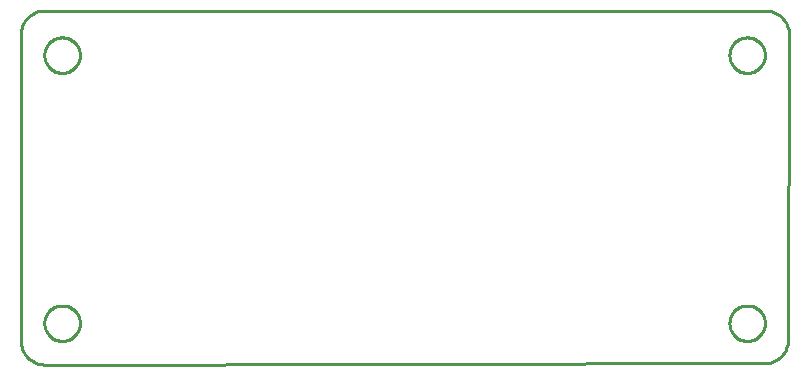
<source format=gbr>
G04 EAGLE Gerber X2 export*
%TF.Part,Single*%
%TF.FileFunction,Profile,NP*%
%TF.FilePolarity,Positive*%
%TF.GenerationSoftware,Autodesk,EAGLE,9.1.0*%
%TF.CreationDate,2019-04-25T21:03:21Z*%
G75*
%MOMM*%
%FSLAX34Y34*%
%LPD*%
%AMOC8*
5,1,8,0,0,1.08239X$1,22.5*%
G01*
%ADD10C,0.000000*%
%ADD11C,0.254000*%


D10*
X20000Y262000D02*
X20005Y262368D01*
X20018Y262736D01*
X20041Y263103D01*
X20072Y263470D01*
X20113Y263836D01*
X20162Y264201D01*
X20221Y264564D01*
X20288Y264926D01*
X20364Y265287D01*
X20450Y265645D01*
X20543Y266001D01*
X20646Y266354D01*
X20757Y266705D01*
X20877Y267053D01*
X21005Y267398D01*
X21142Y267740D01*
X21287Y268079D01*
X21440Y268413D01*
X21602Y268744D01*
X21771Y269071D01*
X21949Y269393D01*
X22134Y269712D01*
X22327Y270025D01*
X22528Y270334D01*
X22736Y270637D01*
X22952Y270935D01*
X23175Y271228D01*
X23405Y271516D01*
X23642Y271798D01*
X23886Y272073D01*
X24136Y272343D01*
X24393Y272607D01*
X24657Y272864D01*
X24927Y273114D01*
X25202Y273358D01*
X25484Y273595D01*
X25772Y273825D01*
X26065Y274048D01*
X26363Y274264D01*
X26666Y274472D01*
X26975Y274673D01*
X27288Y274866D01*
X27607Y275051D01*
X27929Y275229D01*
X28256Y275398D01*
X28587Y275560D01*
X28921Y275713D01*
X29260Y275858D01*
X29602Y275995D01*
X29947Y276123D01*
X30295Y276243D01*
X30646Y276354D01*
X30999Y276457D01*
X31355Y276550D01*
X31713Y276636D01*
X32074Y276712D01*
X32436Y276779D01*
X32799Y276838D01*
X33164Y276887D01*
X33530Y276928D01*
X33897Y276959D01*
X34264Y276982D01*
X34632Y276995D01*
X35000Y277000D01*
X35368Y276995D01*
X35736Y276982D01*
X36103Y276959D01*
X36470Y276928D01*
X36836Y276887D01*
X37201Y276838D01*
X37564Y276779D01*
X37926Y276712D01*
X38287Y276636D01*
X38645Y276550D01*
X39001Y276457D01*
X39354Y276354D01*
X39705Y276243D01*
X40053Y276123D01*
X40398Y275995D01*
X40740Y275858D01*
X41079Y275713D01*
X41413Y275560D01*
X41744Y275398D01*
X42071Y275229D01*
X42393Y275051D01*
X42712Y274866D01*
X43025Y274673D01*
X43334Y274472D01*
X43637Y274264D01*
X43935Y274048D01*
X44228Y273825D01*
X44516Y273595D01*
X44798Y273358D01*
X45073Y273114D01*
X45343Y272864D01*
X45607Y272607D01*
X45864Y272343D01*
X46114Y272073D01*
X46358Y271798D01*
X46595Y271516D01*
X46825Y271228D01*
X47048Y270935D01*
X47264Y270637D01*
X47472Y270334D01*
X47673Y270025D01*
X47866Y269712D01*
X48051Y269393D01*
X48229Y269071D01*
X48398Y268744D01*
X48560Y268413D01*
X48713Y268079D01*
X48858Y267740D01*
X48995Y267398D01*
X49123Y267053D01*
X49243Y266705D01*
X49354Y266354D01*
X49457Y266001D01*
X49550Y265645D01*
X49636Y265287D01*
X49712Y264926D01*
X49779Y264564D01*
X49838Y264201D01*
X49887Y263836D01*
X49928Y263470D01*
X49959Y263103D01*
X49982Y262736D01*
X49995Y262368D01*
X50000Y262000D01*
X49995Y261632D01*
X49982Y261264D01*
X49959Y260897D01*
X49928Y260530D01*
X49887Y260164D01*
X49838Y259799D01*
X49779Y259436D01*
X49712Y259074D01*
X49636Y258713D01*
X49550Y258355D01*
X49457Y257999D01*
X49354Y257646D01*
X49243Y257295D01*
X49123Y256947D01*
X48995Y256602D01*
X48858Y256260D01*
X48713Y255921D01*
X48560Y255587D01*
X48398Y255256D01*
X48229Y254929D01*
X48051Y254607D01*
X47866Y254288D01*
X47673Y253975D01*
X47472Y253666D01*
X47264Y253363D01*
X47048Y253065D01*
X46825Y252772D01*
X46595Y252484D01*
X46358Y252202D01*
X46114Y251927D01*
X45864Y251657D01*
X45607Y251393D01*
X45343Y251136D01*
X45073Y250886D01*
X44798Y250642D01*
X44516Y250405D01*
X44228Y250175D01*
X43935Y249952D01*
X43637Y249736D01*
X43334Y249528D01*
X43025Y249327D01*
X42712Y249134D01*
X42393Y248949D01*
X42071Y248771D01*
X41744Y248602D01*
X41413Y248440D01*
X41079Y248287D01*
X40740Y248142D01*
X40398Y248005D01*
X40053Y247877D01*
X39705Y247757D01*
X39354Y247646D01*
X39001Y247543D01*
X38645Y247450D01*
X38287Y247364D01*
X37926Y247288D01*
X37564Y247221D01*
X37201Y247162D01*
X36836Y247113D01*
X36470Y247072D01*
X36103Y247041D01*
X35736Y247018D01*
X35368Y247005D01*
X35000Y247000D01*
X34632Y247005D01*
X34264Y247018D01*
X33897Y247041D01*
X33530Y247072D01*
X33164Y247113D01*
X32799Y247162D01*
X32436Y247221D01*
X32074Y247288D01*
X31713Y247364D01*
X31355Y247450D01*
X30999Y247543D01*
X30646Y247646D01*
X30295Y247757D01*
X29947Y247877D01*
X29602Y248005D01*
X29260Y248142D01*
X28921Y248287D01*
X28587Y248440D01*
X28256Y248602D01*
X27929Y248771D01*
X27607Y248949D01*
X27288Y249134D01*
X26975Y249327D01*
X26666Y249528D01*
X26363Y249736D01*
X26065Y249952D01*
X25772Y250175D01*
X25484Y250405D01*
X25202Y250642D01*
X24927Y250886D01*
X24657Y251136D01*
X24393Y251393D01*
X24136Y251657D01*
X23886Y251927D01*
X23642Y252202D01*
X23405Y252484D01*
X23175Y252772D01*
X22952Y253065D01*
X22736Y253363D01*
X22528Y253666D01*
X22327Y253975D01*
X22134Y254288D01*
X21949Y254607D01*
X21771Y254929D01*
X21602Y255256D01*
X21440Y255587D01*
X21287Y255921D01*
X21142Y256260D01*
X21005Y256602D01*
X20877Y256947D01*
X20757Y257295D01*
X20646Y257646D01*
X20543Y257999D01*
X20450Y258355D01*
X20364Y258713D01*
X20288Y259074D01*
X20221Y259436D01*
X20162Y259799D01*
X20113Y260164D01*
X20072Y260530D01*
X20041Y260897D01*
X20018Y261264D01*
X20005Y261632D01*
X20000Y262000D01*
X600000Y262000D02*
X600005Y262368D01*
X600018Y262736D01*
X600041Y263103D01*
X600072Y263470D01*
X600113Y263836D01*
X600162Y264201D01*
X600221Y264564D01*
X600288Y264926D01*
X600364Y265287D01*
X600450Y265645D01*
X600543Y266001D01*
X600646Y266354D01*
X600757Y266705D01*
X600877Y267053D01*
X601005Y267398D01*
X601142Y267740D01*
X601287Y268079D01*
X601440Y268413D01*
X601602Y268744D01*
X601771Y269071D01*
X601949Y269393D01*
X602134Y269712D01*
X602327Y270025D01*
X602528Y270334D01*
X602736Y270637D01*
X602952Y270935D01*
X603175Y271228D01*
X603405Y271516D01*
X603642Y271798D01*
X603886Y272073D01*
X604136Y272343D01*
X604393Y272607D01*
X604657Y272864D01*
X604927Y273114D01*
X605202Y273358D01*
X605484Y273595D01*
X605772Y273825D01*
X606065Y274048D01*
X606363Y274264D01*
X606666Y274472D01*
X606975Y274673D01*
X607288Y274866D01*
X607607Y275051D01*
X607929Y275229D01*
X608256Y275398D01*
X608587Y275560D01*
X608921Y275713D01*
X609260Y275858D01*
X609602Y275995D01*
X609947Y276123D01*
X610295Y276243D01*
X610646Y276354D01*
X610999Y276457D01*
X611355Y276550D01*
X611713Y276636D01*
X612074Y276712D01*
X612436Y276779D01*
X612799Y276838D01*
X613164Y276887D01*
X613530Y276928D01*
X613897Y276959D01*
X614264Y276982D01*
X614632Y276995D01*
X615000Y277000D01*
X615368Y276995D01*
X615736Y276982D01*
X616103Y276959D01*
X616470Y276928D01*
X616836Y276887D01*
X617201Y276838D01*
X617564Y276779D01*
X617926Y276712D01*
X618287Y276636D01*
X618645Y276550D01*
X619001Y276457D01*
X619354Y276354D01*
X619705Y276243D01*
X620053Y276123D01*
X620398Y275995D01*
X620740Y275858D01*
X621079Y275713D01*
X621413Y275560D01*
X621744Y275398D01*
X622071Y275229D01*
X622393Y275051D01*
X622712Y274866D01*
X623025Y274673D01*
X623334Y274472D01*
X623637Y274264D01*
X623935Y274048D01*
X624228Y273825D01*
X624516Y273595D01*
X624798Y273358D01*
X625073Y273114D01*
X625343Y272864D01*
X625607Y272607D01*
X625864Y272343D01*
X626114Y272073D01*
X626358Y271798D01*
X626595Y271516D01*
X626825Y271228D01*
X627048Y270935D01*
X627264Y270637D01*
X627472Y270334D01*
X627673Y270025D01*
X627866Y269712D01*
X628051Y269393D01*
X628229Y269071D01*
X628398Y268744D01*
X628560Y268413D01*
X628713Y268079D01*
X628858Y267740D01*
X628995Y267398D01*
X629123Y267053D01*
X629243Y266705D01*
X629354Y266354D01*
X629457Y266001D01*
X629550Y265645D01*
X629636Y265287D01*
X629712Y264926D01*
X629779Y264564D01*
X629838Y264201D01*
X629887Y263836D01*
X629928Y263470D01*
X629959Y263103D01*
X629982Y262736D01*
X629995Y262368D01*
X630000Y262000D01*
X629995Y261632D01*
X629982Y261264D01*
X629959Y260897D01*
X629928Y260530D01*
X629887Y260164D01*
X629838Y259799D01*
X629779Y259436D01*
X629712Y259074D01*
X629636Y258713D01*
X629550Y258355D01*
X629457Y257999D01*
X629354Y257646D01*
X629243Y257295D01*
X629123Y256947D01*
X628995Y256602D01*
X628858Y256260D01*
X628713Y255921D01*
X628560Y255587D01*
X628398Y255256D01*
X628229Y254929D01*
X628051Y254607D01*
X627866Y254288D01*
X627673Y253975D01*
X627472Y253666D01*
X627264Y253363D01*
X627048Y253065D01*
X626825Y252772D01*
X626595Y252484D01*
X626358Y252202D01*
X626114Y251927D01*
X625864Y251657D01*
X625607Y251393D01*
X625343Y251136D01*
X625073Y250886D01*
X624798Y250642D01*
X624516Y250405D01*
X624228Y250175D01*
X623935Y249952D01*
X623637Y249736D01*
X623334Y249528D01*
X623025Y249327D01*
X622712Y249134D01*
X622393Y248949D01*
X622071Y248771D01*
X621744Y248602D01*
X621413Y248440D01*
X621079Y248287D01*
X620740Y248142D01*
X620398Y248005D01*
X620053Y247877D01*
X619705Y247757D01*
X619354Y247646D01*
X619001Y247543D01*
X618645Y247450D01*
X618287Y247364D01*
X617926Y247288D01*
X617564Y247221D01*
X617201Y247162D01*
X616836Y247113D01*
X616470Y247072D01*
X616103Y247041D01*
X615736Y247018D01*
X615368Y247005D01*
X615000Y247000D01*
X614632Y247005D01*
X614264Y247018D01*
X613897Y247041D01*
X613530Y247072D01*
X613164Y247113D01*
X612799Y247162D01*
X612436Y247221D01*
X612074Y247288D01*
X611713Y247364D01*
X611355Y247450D01*
X610999Y247543D01*
X610646Y247646D01*
X610295Y247757D01*
X609947Y247877D01*
X609602Y248005D01*
X609260Y248142D01*
X608921Y248287D01*
X608587Y248440D01*
X608256Y248602D01*
X607929Y248771D01*
X607607Y248949D01*
X607288Y249134D01*
X606975Y249327D01*
X606666Y249528D01*
X606363Y249736D01*
X606065Y249952D01*
X605772Y250175D01*
X605484Y250405D01*
X605202Y250642D01*
X604927Y250886D01*
X604657Y251136D01*
X604393Y251393D01*
X604136Y251657D01*
X603886Y251927D01*
X603642Y252202D01*
X603405Y252484D01*
X603175Y252772D01*
X602952Y253065D01*
X602736Y253363D01*
X602528Y253666D01*
X602327Y253975D01*
X602134Y254288D01*
X601949Y254607D01*
X601771Y254929D01*
X601602Y255256D01*
X601440Y255587D01*
X601287Y255921D01*
X601142Y256260D01*
X601005Y256602D01*
X600877Y256947D01*
X600757Y257295D01*
X600646Y257646D01*
X600543Y257999D01*
X600450Y258355D01*
X600364Y258713D01*
X600288Y259074D01*
X600221Y259436D01*
X600162Y259799D01*
X600113Y260164D01*
X600072Y260530D01*
X600041Y260897D01*
X600018Y261264D01*
X600005Y261632D01*
X600000Y262000D01*
X600000Y35000D02*
X600005Y35368D01*
X600018Y35736D01*
X600041Y36103D01*
X600072Y36470D01*
X600113Y36836D01*
X600162Y37201D01*
X600221Y37564D01*
X600288Y37926D01*
X600364Y38287D01*
X600450Y38645D01*
X600543Y39001D01*
X600646Y39354D01*
X600757Y39705D01*
X600877Y40053D01*
X601005Y40398D01*
X601142Y40740D01*
X601287Y41079D01*
X601440Y41413D01*
X601602Y41744D01*
X601771Y42071D01*
X601949Y42393D01*
X602134Y42712D01*
X602327Y43025D01*
X602528Y43334D01*
X602736Y43637D01*
X602952Y43935D01*
X603175Y44228D01*
X603405Y44516D01*
X603642Y44798D01*
X603886Y45073D01*
X604136Y45343D01*
X604393Y45607D01*
X604657Y45864D01*
X604927Y46114D01*
X605202Y46358D01*
X605484Y46595D01*
X605772Y46825D01*
X606065Y47048D01*
X606363Y47264D01*
X606666Y47472D01*
X606975Y47673D01*
X607288Y47866D01*
X607607Y48051D01*
X607929Y48229D01*
X608256Y48398D01*
X608587Y48560D01*
X608921Y48713D01*
X609260Y48858D01*
X609602Y48995D01*
X609947Y49123D01*
X610295Y49243D01*
X610646Y49354D01*
X610999Y49457D01*
X611355Y49550D01*
X611713Y49636D01*
X612074Y49712D01*
X612436Y49779D01*
X612799Y49838D01*
X613164Y49887D01*
X613530Y49928D01*
X613897Y49959D01*
X614264Y49982D01*
X614632Y49995D01*
X615000Y50000D01*
X615368Y49995D01*
X615736Y49982D01*
X616103Y49959D01*
X616470Y49928D01*
X616836Y49887D01*
X617201Y49838D01*
X617564Y49779D01*
X617926Y49712D01*
X618287Y49636D01*
X618645Y49550D01*
X619001Y49457D01*
X619354Y49354D01*
X619705Y49243D01*
X620053Y49123D01*
X620398Y48995D01*
X620740Y48858D01*
X621079Y48713D01*
X621413Y48560D01*
X621744Y48398D01*
X622071Y48229D01*
X622393Y48051D01*
X622712Y47866D01*
X623025Y47673D01*
X623334Y47472D01*
X623637Y47264D01*
X623935Y47048D01*
X624228Y46825D01*
X624516Y46595D01*
X624798Y46358D01*
X625073Y46114D01*
X625343Y45864D01*
X625607Y45607D01*
X625864Y45343D01*
X626114Y45073D01*
X626358Y44798D01*
X626595Y44516D01*
X626825Y44228D01*
X627048Y43935D01*
X627264Y43637D01*
X627472Y43334D01*
X627673Y43025D01*
X627866Y42712D01*
X628051Y42393D01*
X628229Y42071D01*
X628398Y41744D01*
X628560Y41413D01*
X628713Y41079D01*
X628858Y40740D01*
X628995Y40398D01*
X629123Y40053D01*
X629243Y39705D01*
X629354Y39354D01*
X629457Y39001D01*
X629550Y38645D01*
X629636Y38287D01*
X629712Y37926D01*
X629779Y37564D01*
X629838Y37201D01*
X629887Y36836D01*
X629928Y36470D01*
X629959Y36103D01*
X629982Y35736D01*
X629995Y35368D01*
X630000Y35000D01*
X629995Y34632D01*
X629982Y34264D01*
X629959Y33897D01*
X629928Y33530D01*
X629887Y33164D01*
X629838Y32799D01*
X629779Y32436D01*
X629712Y32074D01*
X629636Y31713D01*
X629550Y31355D01*
X629457Y30999D01*
X629354Y30646D01*
X629243Y30295D01*
X629123Y29947D01*
X628995Y29602D01*
X628858Y29260D01*
X628713Y28921D01*
X628560Y28587D01*
X628398Y28256D01*
X628229Y27929D01*
X628051Y27607D01*
X627866Y27288D01*
X627673Y26975D01*
X627472Y26666D01*
X627264Y26363D01*
X627048Y26065D01*
X626825Y25772D01*
X626595Y25484D01*
X626358Y25202D01*
X626114Y24927D01*
X625864Y24657D01*
X625607Y24393D01*
X625343Y24136D01*
X625073Y23886D01*
X624798Y23642D01*
X624516Y23405D01*
X624228Y23175D01*
X623935Y22952D01*
X623637Y22736D01*
X623334Y22528D01*
X623025Y22327D01*
X622712Y22134D01*
X622393Y21949D01*
X622071Y21771D01*
X621744Y21602D01*
X621413Y21440D01*
X621079Y21287D01*
X620740Y21142D01*
X620398Y21005D01*
X620053Y20877D01*
X619705Y20757D01*
X619354Y20646D01*
X619001Y20543D01*
X618645Y20450D01*
X618287Y20364D01*
X617926Y20288D01*
X617564Y20221D01*
X617201Y20162D01*
X616836Y20113D01*
X616470Y20072D01*
X616103Y20041D01*
X615736Y20018D01*
X615368Y20005D01*
X615000Y20000D01*
X614632Y20005D01*
X614264Y20018D01*
X613897Y20041D01*
X613530Y20072D01*
X613164Y20113D01*
X612799Y20162D01*
X612436Y20221D01*
X612074Y20288D01*
X611713Y20364D01*
X611355Y20450D01*
X610999Y20543D01*
X610646Y20646D01*
X610295Y20757D01*
X609947Y20877D01*
X609602Y21005D01*
X609260Y21142D01*
X608921Y21287D01*
X608587Y21440D01*
X608256Y21602D01*
X607929Y21771D01*
X607607Y21949D01*
X607288Y22134D01*
X606975Y22327D01*
X606666Y22528D01*
X606363Y22736D01*
X606065Y22952D01*
X605772Y23175D01*
X605484Y23405D01*
X605202Y23642D01*
X604927Y23886D01*
X604657Y24136D01*
X604393Y24393D01*
X604136Y24657D01*
X603886Y24927D01*
X603642Y25202D01*
X603405Y25484D01*
X603175Y25772D01*
X602952Y26065D01*
X602736Y26363D01*
X602528Y26666D01*
X602327Y26975D01*
X602134Y27288D01*
X601949Y27607D01*
X601771Y27929D01*
X601602Y28256D01*
X601440Y28587D01*
X601287Y28921D01*
X601142Y29260D01*
X601005Y29602D01*
X600877Y29947D01*
X600757Y30295D01*
X600646Y30646D01*
X600543Y30999D01*
X600450Y31355D01*
X600364Y31713D01*
X600288Y32074D01*
X600221Y32436D01*
X600162Y32799D01*
X600113Y33164D01*
X600072Y33530D01*
X600041Y33897D01*
X600018Y34264D01*
X600005Y34632D01*
X600000Y35000D01*
X20000Y35000D02*
X20005Y35368D01*
X20018Y35736D01*
X20041Y36103D01*
X20072Y36470D01*
X20113Y36836D01*
X20162Y37201D01*
X20221Y37564D01*
X20288Y37926D01*
X20364Y38287D01*
X20450Y38645D01*
X20543Y39001D01*
X20646Y39354D01*
X20757Y39705D01*
X20877Y40053D01*
X21005Y40398D01*
X21142Y40740D01*
X21287Y41079D01*
X21440Y41413D01*
X21602Y41744D01*
X21771Y42071D01*
X21949Y42393D01*
X22134Y42712D01*
X22327Y43025D01*
X22528Y43334D01*
X22736Y43637D01*
X22952Y43935D01*
X23175Y44228D01*
X23405Y44516D01*
X23642Y44798D01*
X23886Y45073D01*
X24136Y45343D01*
X24393Y45607D01*
X24657Y45864D01*
X24927Y46114D01*
X25202Y46358D01*
X25484Y46595D01*
X25772Y46825D01*
X26065Y47048D01*
X26363Y47264D01*
X26666Y47472D01*
X26975Y47673D01*
X27288Y47866D01*
X27607Y48051D01*
X27929Y48229D01*
X28256Y48398D01*
X28587Y48560D01*
X28921Y48713D01*
X29260Y48858D01*
X29602Y48995D01*
X29947Y49123D01*
X30295Y49243D01*
X30646Y49354D01*
X30999Y49457D01*
X31355Y49550D01*
X31713Y49636D01*
X32074Y49712D01*
X32436Y49779D01*
X32799Y49838D01*
X33164Y49887D01*
X33530Y49928D01*
X33897Y49959D01*
X34264Y49982D01*
X34632Y49995D01*
X35000Y50000D01*
X35368Y49995D01*
X35736Y49982D01*
X36103Y49959D01*
X36470Y49928D01*
X36836Y49887D01*
X37201Y49838D01*
X37564Y49779D01*
X37926Y49712D01*
X38287Y49636D01*
X38645Y49550D01*
X39001Y49457D01*
X39354Y49354D01*
X39705Y49243D01*
X40053Y49123D01*
X40398Y48995D01*
X40740Y48858D01*
X41079Y48713D01*
X41413Y48560D01*
X41744Y48398D01*
X42071Y48229D01*
X42393Y48051D01*
X42712Y47866D01*
X43025Y47673D01*
X43334Y47472D01*
X43637Y47264D01*
X43935Y47048D01*
X44228Y46825D01*
X44516Y46595D01*
X44798Y46358D01*
X45073Y46114D01*
X45343Y45864D01*
X45607Y45607D01*
X45864Y45343D01*
X46114Y45073D01*
X46358Y44798D01*
X46595Y44516D01*
X46825Y44228D01*
X47048Y43935D01*
X47264Y43637D01*
X47472Y43334D01*
X47673Y43025D01*
X47866Y42712D01*
X48051Y42393D01*
X48229Y42071D01*
X48398Y41744D01*
X48560Y41413D01*
X48713Y41079D01*
X48858Y40740D01*
X48995Y40398D01*
X49123Y40053D01*
X49243Y39705D01*
X49354Y39354D01*
X49457Y39001D01*
X49550Y38645D01*
X49636Y38287D01*
X49712Y37926D01*
X49779Y37564D01*
X49838Y37201D01*
X49887Y36836D01*
X49928Y36470D01*
X49959Y36103D01*
X49982Y35736D01*
X49995Y35368D01*
X50000Y35000D01*
X49995Y34632D01*
X49982Y34264D01*
X49959Y33897D01*
X49928Y33530D01*
X49887Y33164D01*
X49838Y32799D01*
X49779Y32436D01*
X49712Y32074D01*
X49636Y31713D01*
X49550Y31355D01*
X49457Y30999D01*
X49354Y30646D01*
X49243Y30295D01*
X49123Y29947D01*
X48995Y29602D01*
X48858Y29260D01*
X48713Y28921D01*
X48560Y28587D01*
X48398Y28256D01*
X48229Y27929D01*
X48051Y27607D01*
X47866Y27288D01*
X47673Y26975D01*
X47472Y26666D01*
X47264Y26363D01*
X47048Y26065D01*
X46825Y25772D01*
X46595Y25484D01*
X46358Y25202D01*
X46114Y24927D01*
X45864Y24657D01*
X45607Y24393D01*
X45343Y24136D01*
X45073Y23886D01*
X44798Y23642D01*
X44516Y23405D01*
X44228Y23175D01*
X43935Y22952D01*
X43637Y22736D01*
X43334Y22528D01*
X43025Y22327D01*
X42712Y22134D01*
X42393Y21949D01*
X42071Y21771D01*
X41744Y21602D01*
X41413Y21440D01*
X41079Y21287D01*
X40740Y21142D01*
X40398Y21005D01*
X40053Y20877D01*
X39705Y20757D01*
X39354Y20646D01*
X39001Y20543D01*
X38645Y20450D01*
X38287Y20364D01*
X37926Y20288D01*
X37564Y20221D01*
X37201Y20162D01*
X36836Y20113D01*
X36470Y20072D01*
X36103Y20041D01*
X35736Y20018D01*
X35368Y20005D01*
X35000Y20000D01*
X34632Y20005D01*
X34264Y20018D01*
X33897Y20041D01*
X33530Y20072D01*
X33164Y20113D01*
X32799Y20162D01*
X32436Y20221D01*
X32074Y20288D01*
X31713Y20364D01*
X31355Y20450D01*
X30999Y20543D01*
X30646Y20646D01*
X30295Y20757D01*
X29947Y20877D01*
X29602Y21005D01*
X29260Y21142D01*
X28921Y21287D01*
X28587Y21440D01*
X28256Y21602D01*
X27929Y21771D01*
X27607Y21949D01*
X27288Y22134D01*
X26975Y22327D01*
X26666Y22528D01*
X26363Y22736D01*
X26065Y22952D01*
X25772Y23175D01*
X25484Y23405D01*
X25202Y23642D01*
X24927Y23886D01*
X24657Y24136D01*
X24393Y24393D01*
X24136Y24657D01*
X23886Y24927D01*
X23642Y25202D01*
X23405Y25484D01*
X23175Y25772D01*
X22952Y26065D01*
X22736Y26363D01*
X22528Y26666D01*
X22327Y26975D01*
X22134Y27288D01*
X21949Y27607D01*
X21771Y27929D01*
X21602Y28256D01*
X21440Y28587D01*
X21287Y28921D01*
X21142Y29260D01*
X21005Y29602D01*
X20877Y29947D01*
X20757Y30295D01*
X20646Y30646D01*
X20543Y30999D01*
X20450Y31355D01*
X20364Y31713D01*
X20288Y32074D01*
X20221Y32436D01*
X20162Y32799D01*
X20113Y33164D01*
X20072Y33530D01*
X20041Y33897D01*
X20018Y34264D01*
X20005Y34632D01*
X20000Y35000D01*
D11*
X0Y20031D02*
X76Y18288D01*
X304Y16558D01*
X681Y14854D01*
X1206Y13190D01*
X1874Y11578D01*
X2680Y10031D01*
X3617Y8559D01*
X4679Y7175D01*
X5858Y5889D01*
X7144Y4710D01*
X8528Y3648D01*
X10000Y2710D01*
X11548Y1905D01*
X13160Y1237D01*
X14824Y712D01*
X16527Y335D01*
X18257Y107D01*
X20000Y31D01*
X20031Y31D01*
X629498Y969D01*
X631241Y1049D01*
X632971Y1279D01*
X634674Y1660D01*
X636337Y2188D01*
X637949Y2859D01*
X639495Y3667D01*
X640965Y4608D01*
X642348Y5673D01*
X643633Y6854D01*
X644809Y8143D01*
X645869Y9529D01*
X646804Y11003D01*
X647607Y12552D01*
X648272Y14166D01*
X648794Y15831D01*
X649169Y17535D01*
X649394Y19266D01*
X649467Y20901D01*
X650333Y279631D01*
X650263Y281375D01*
X650041Y283105D01*
X649669Y284810D01*
X649150Y286476D01*
X648488Y288090D01*
X647687Y289641D01*
X646755Y291115D01*
X645697Y292503D01*
X644523Y293794D01*
X643240Y294977D01*
X641860Y296044D01*
X640391Y296986D01*
X638846Y297797D01*
X637236Y298470D01*
X635574Y299001D01*
X633872Y299384D01*
X632143Y299618D01*
X630400Y299700D01*
X630333Y299700D01*
X20000Y299700D01*
X18257Y299624D01*
X16527Y299396D01*
X14824Y299019D01*
X13160Y298494D01*
X11548Y297826D01*
X10000Y297021D01*
X8528Y296083D01*
X7144Y295021D01*
X5858Y293842D01*
X4679Y292556D01*
X3617Y291172D01*
X2680Y289700D01*
X1874Y288152D01*
X1206Y286540D01*
X681Y284876D01*
X304Y283173D01*
X76Y281443D01*
X0Y279700D01*
X0Y20031D01*
X50000Y261464D02*
X49924Y260396D01*
X49771Y259335D01*
X49543Y258288D01*
X49241Y257260D01*
X48867Y256256D01*
X48422Y255281D01*
X47908Y254341D01*
X47329Y253440D01*
X46687Y252582D01*
X45985Y251772D01*
X45228Y251015D01*
X44418Y250313D01*
X43560Y249671D01*
X42659Y249092D01*
X41719Y248578D01*
X40744Y248133D01*
X39740Y247759D01*
X38712Y247457D01*
X37665Y247229D01*
X36604Y247076D01*
X35536Y247000D01*
X34464Y247000D01*
X33396Y247076D01*
X32335Y247229D01*
X31288Y247457D01*
X30260Y247759D01*
X29256Y248133D01*
X28281Y248578D01*
X27341Y249092D01*
X26440Y249671D01*
X25582Y250313D01*
X24772Y251015D01*
X24015Y251772D01*
X23313Y252582D01*
X22671Y253440D01*
X22092Y254341D01*
X21578Y255281D01*
X21133Y256256D01*
X20759Y257260D01*
X20457Y258288D01*
X20229Y259335D01*
X20076Y260396D01*
X20000Y261464D01*
X20000Y262536D01*
X20076Y263604D01*
X20229Y264665D01*
X20457Y265712D01*
X20759Y266740D01*
X21133Y267744D01*
X21578Y268719D01*
X22092Y269659D01*
X22671Y270560D01*
X23313Y271418D01*
X24015Y272228D01*
X24772Y272985D01*
X25582Y273687D01*
X26440Y274329D01*
X27341Y274908D01*
X28281Y275422D01*
X29256Y275867D01*
X30260Y276241D01*
X31288Y276543D01*
X32335Y276771D01*
X33396Y276924D01*
X34464Y277000D01*
X35536Y277000D01*
X36604Y276924D01*
X37665Y276771D01*
X38712Y276543D01*
X39740Y276241D01*
X40744Y275867D01*
X41719Y275422D01*
X42659Y274908D01*
X43560Y274329D01*
X44418Y273687D01*
X45228Y272985D01*
X45985Y272228D01*
X46687Y271418D01*
X47329Y270560D01*
X47908Y269659D01*
X48422Y268719D01*
X48867Y267744D01*
X49241Y266740D01*
X49543Y265712D01*
X49771Y264665D01*
X49924Y263604D01*
X50000Y262536D01*
X50000Y261464D01*
X630000Y261464D02*
X629924Y260396D01*
X629771Y259335D01*
X629543Y258288D01*
X629241Y257260D01*
X628867Y256256D01*
X628422Y255281D01*
X627908Y254341D01*
X627329Y253440D01*
X626687Y252582D01*
X625985Y251772D01*
X625228Y251015D01*
X624418Y250313D01*
X623560Y249671D01*
X622659Y249092D01*
X621719Y248578D01*
X620744Y248133D01*
X619740Y247759D01*
X618712Y247457D01*
X617665Y247229D01*
X616604Y247076D01*
X615536Y247000D01*
X614464Y247000D01*
X613396Y247076D01*
X612335Y247229D01*
X611288Y247457D01*
X610260Y247759D01*
X609256Y248133D01*
X608281Y248578D01*
X607341Y249092D01*
X606440Y249671D01*
X605582Y250313D01*
X604772Y251015D01*
X604015Y251772D01*
X603313Y252582D01*
X602671Y253440D01*
X602092Y254341D01*
X601578Y255281D01*
X601133Y256256D01*
X600759Y257260D01*
X600457Y258288D01*
X600229Y259335D01*
X600076Y260396D01*
X600000Y261464D01*
X600000Y262536D01*
X600076Y263604D01*
X600229Y264665D01*
X600457Y265712D01*
X600759Y266740D01*
X601133Y267744D01*
X601578Y268719D01*
X602092Y269659D01*
X602671Y270560D01*
X603313Y271418D01*
X604015Y272228D01*
X604772Y272985D01*
X605582Y273687D01*
X606440Y274329D01*
X607341Y274908D01*
X608281Y275422D01*
X609256Y275867D01*
X610260Y276241D01*
X611288Y276543D01*
X612335Y276771D01*
X613396Y276924D01*
X614464Y277000D01*
X615536Y277000D01*
X616604Y276924D01*
X617665Y276771D01*
X618712Y276543D01*
X619740Y276241D01*
X620744Y275867D01*
X621719Y275422D01*
X622659Y274908D01*
X623560Y274329D01*
X624418Y273687D01*
X625228Y272985D01*
X625985Y272228D01*
X626687Y271418D01*
X627329Y270560D01*
X627908Y269659D01*
X628422Y268719D01*
X628867Y267744D01*
X629241Y266740D01*
X629543Y265712D01*
X629771Y264665D01*
X629924Y263604D01*
X630000Y262536D01*
X630000Y261464D01*
X630000Y34464D02*
X629924Y33396D01*
X629771Y32335D01*
X629543Y31288D01*
X629241Y30260D01*
X628867Y29256D01*
X628422Y28281D01*
X627908Y27341D01*
X627329Y26440D01*
X626687Y25582D01*
X625985Y24772D01*
X625228Y24015D01*
X624418Y23313D01*
X623560Y22671D01*
X622659Y22092D01*
X621719Y21578D01*
X620744Y21133D01*
X619740Y20759D01*
X618712Y20457D01*
X617665Y20229D01*
X616604Y20076D01*
X615536Y20000D01*
X614464Y20000D01*
X613396Y20076D01*
X612335Y20229D01*
X611288Y20457D01*
X610260Y20759D01*
X609256Y21133D01*
X608281Y21578D01*
X607341Y22092D01*
X606440Y22671D01*
X605582Y23313D01*
X604772Y24015D01*
X604015Y24772D01*
X603313Y25582D01*
X602671Y26440D01*
X602092Y27341D01*
X601578Y28281D01*
X601133Y29256D01*
X600759Y30260D01*
X600457Y31288D01*
X600229Y32335D01*
X600076Y33396D01*
X600000Y34464D01*
X600000Y35536D01*
X600076Y36604D01*
X600229Y37665D01*
X600457Y38712D01*
X600759Y39740D01*
X601133Y40744D01*
X601578Y41719D01*
X602092Y42659D01*
X602671Y43560D01*
X603313Y44418D01*
X604015Y45228D01*
X604772Y45985D01*
X605582Y46687D01*
X606440Y47329D01*
X607341Y47908D01*
X608281Y48422D01*
X609256Y48867D01*
X610260Y49241D01*
X611288Y49543D01*
X612335Y49771D01*
X613396Y49924D01*
X614464Y50000D01*
X615536Y50000D01*
X616604Y49924D01*
X617665Y49771D01*
X618712Y49543D01*
X619740Y49241D01*
X620744Y48867D01*
X621719Y48422D01*
X622659Y47908D01*
X623560Y47329D01*
X624418Y46687D01*
X625228Y45985D01*
X625985Y45228D01*
X626687Y44418D01*
X627329Y43560D01*
X627908Y42659D01*
X628422Y41719D01*
X628867Y40744D01*
X629241Y39740D01*
X629543Y38712D01*
X629771Y37665D01*
X629924Y36604D01*
X630000Y35536D01*
X630000Y34464D01*
X50000Y34464D02*
X49924Y33396D01*
X49771Y32335D01*
X49543Y31288D01*
X49241Y30260D01*
X48867Y29256D01*
X48422Y28281D01*
X47908Y27341D01*
X47329Y26440D01*
X46687Y25582D01*
X45985Y24772D01*
X45228Y24015D01*
X44418Y23313D01*
X43560Y22671D01*
X42659Y22092D01*
X41719Y21578D01*
X40744Y21133D01*
X39740Y20759D01*
X38712Y20457D01*
X37665Y20229D01*
X36604Y20076D01*
X35536Y20000D01*
X34464Y20000D01*
X33396Y20076D01*
X32335Y20229D01*
X31288Y20457D01*
X30260Y20759D01*
X29256Y21133D01*
X28281Y21578D01*
X27341Y22092D01*
X26440Y22671D01*
X25582Y23313D01*
X24772Y24015D01*
X24015Y24772D01*
X23313Y25582D01*
X22671Y26440D01*
X22092Y27341D01*
X21578Y28281D01*
X21133Y29256D01*
X20759Y30260D01*
X20457Y31288D01*
X20229Y32335D01*
X20076Y33396D01*
X20000Y34464D01*
X20000Y35536D01*
X20076Y36604D01*
X20229Y37665D01*
X20457Y38712D01*
X20759Y39740D01*
X21133Y40744D01*
X21578Y41719D01*
X22092Y42659D01*
X22671Y43560D01*
X23313Y44418D01*
X24015Y45228D01*
X24772Y45985D01*
X25582Y46687D01*
X26440Y47329D01*
X27341Y47908D01*
X28281Y48422D01*
X29256Y48867D01*
X30260Y49241D01*
X31288Y49543D01*
X32335Y49771D01*
X33396Y49924D01*
X34464Y50000D01*
X35536Y50000D01*
X36604Y49924D01*
X37665Y49771D01*
X38712Y49543D01*
X39740Y49241D01*
X40744Y48867D01*
X41719Y48422D01*
X42659Y47908D01*
X43560Y47329D01*
X44418Y46687D01*
X45228Y45985D01*
X45985Y45228D01*
X46687Y44418D01*
X47329Y43560D01*
X47908Y42659D01*
X48422Y41719D01*
X48867Y40744D01*
X49241Y39740D01*
X49543Y38712D01*
X49771Y37665D01*
X49924Y36604D01*
X50000Y35536D01*
X50000Y34464D01*
M02*

</source>
